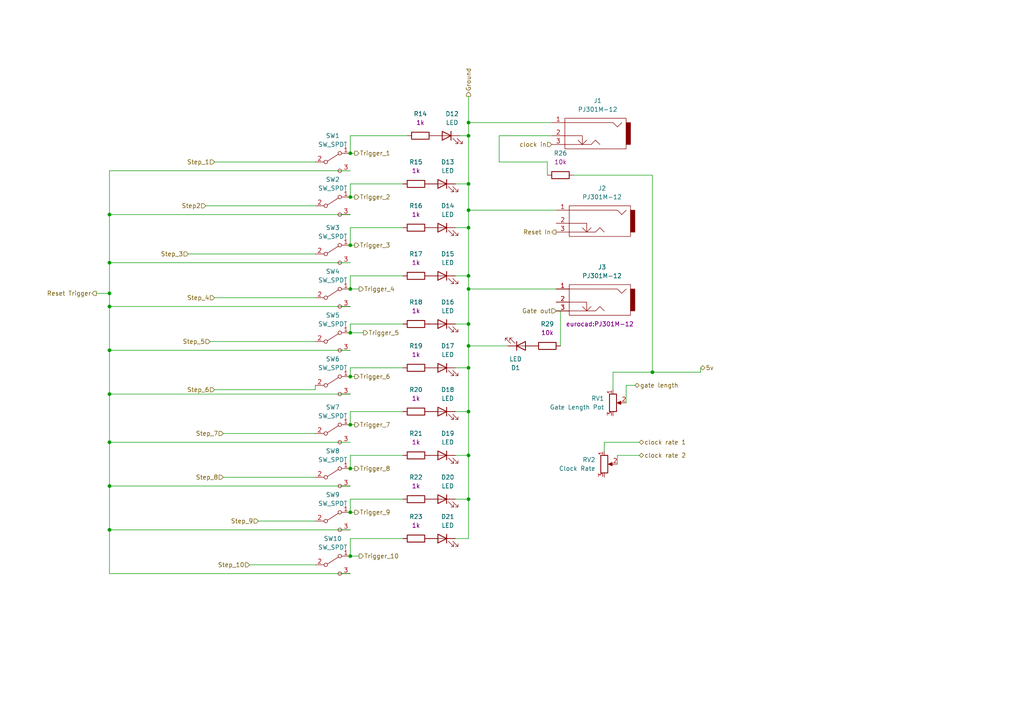
<source format=kicad_sch>
(kicad_sch (version 20230121) (generator eeschema)
  (paper "A4")
  (lib_symbols
    (symbol "Device:LED" (pin_numbers hide) (pin_names (offset 1.016) hide)
      (property "Reference" "D" (at 0 2.54 0))
      (property "Value" "LED" (at 0 -2.54 0))
      (symbol "LED_0_1"
        (polyline (pts (xy -1.27 -1.27) (xy -1.27 1.27)) (stroke (width 0.254)))
        (polyline (pts (xy -1.27 0) (xy 1.27 0)))
        (polyline (pts (xy 1.27 -1.27) (xy 1.27 1.27) (xy -1.27 0) (xy 1.27 -1.27)) (stroke (width 0.254)))
        (polyline (pts (xy -3.048 -0.762) (xy -4.572 -2.286) (xy -3.81 -2.286) (xy -4.572 -2.286) (xy -4.572 -1.524)))
        (polyline (pts (xy -1.778 -0.762) (xy -3.302 -2.286) (xy -2.54 -2.286) (xy -3.302 -2.286) (xy -3.302 -1.524)))
      )
      (symbol "LED_1_1"
        (pin passive line (at -3.81 0 0) (length 2.54) (name "K") (number "1"))
        (pin passive line (at 3.81 0 180) (length 2.54) (name "A") (number "2"))
      )
    )
    (symbol "Device:R_Potentiometer" (pin_names (offset 1.016) hide)
      (property "Reference" "RV" (at -4.445 0 90))
      (property "Value" "R_Potentiometer" (at -2.54 0 90))
      (symbol "R_Potentiometer_0_1"
        (polyline (pts (xy 2.54 0) (xy 1.524 0)))
        (polyline (pts (xy 1.143 0) (xy 2.286 0.508) (xy 2.286 -0.508) (xy 1.143 0)) (fill (type outline)))
        (rectangle (start 1.016 2.54) (end -1.016 -2.54) (stroke (width 0.254)))
      )
      (symbol "R_Potentiometer_1_1"
        (pin passive line (at 0 3.81 270) (length 1.27) (name "1") (number "1"))
        (pin passive line (at 3.81 0 180) (length 1.27) (name "2") (number "2"))
        (pin passive line (at 0 -3.81 90) (length 1.27) (name "3") (number "3"))
      )
    )
    (symbol "PCM_4ms_Resistor:10k_0603" (pin_numbers hide) (pin_names (offset 0))
      (property "Reference" "R" (at 2.032 0 90))
      (property "Display" "10k" (at 3.81 0 90))
      (symbol "10k_0603_0_1"
        (rectangle (start -1.016 -2.54) (end 1.016 2.54) (stroke (width 0.254)))
      )
      (symbol "10k_0603_1_1"
        (pin passive line (at 0 3.81 270) (length 1.27) (name "~") (number "1"))
        (pin passive line (at 0 -3.81 90) (length 1.27) (name "~") (number "2"))
      )
    )
    (symbol "PCM_4ms_Resistor:1k_0603" (pin_numbers hide) (pin_names (offset 0))
      (property "Reference" "R" (at 2.032 0 90))
      (property "Display" "1k" (at 3.81 0 90))
      (symbol "1k_0603_0_1"
        (rectangle (start -1.016 -2.54) (end 1.016 2.54) (stroke (width 0.254)))
      )
      (symbol "1k_0603_1_1"
        (pin passive line (at 0 3.81 270) (length 1.27) (name "~") (number "1"))
        (pin passive line (at 0 -3.81 90) (length 1.27) (name "~") (number "2"))
      )
    )
    (symbol "Switch:SW_SPDT" (pin_names (offset 0) hide)
      (property "Reference" "SW" (at 0 4.318 0))
      (property "Value" "SW_SPDT" (at 0 -5.08 0))
      (symbol "SW_SPDT_0_0"
        (circle (center -2.032 0) (radius 0.508))
        (circle (center 2.032 -2.54) (radius 0.508))
      )
      (symbol "SW_SPDT_0_1"
        (polyline (pts (xy -1.524 0.254) (xy 1.651 2.286)))
        (circle (center 2.032 2.54) (radius 0.508))
      )
      (symbol "SW_SPDT_1_1"
        (pin passive line (at 5.08 2.54 180) (length 2.54) (name "A") (number "1"))
        (pin passive line (at -5.08 0 0) (length 2.54) (name "B") (number "2"))
        (pin passive line (at 5.08 -2.54 180) (length 2.54) (name "C") (number "3"))
      )
    )
    (symbol "eurocad:PJ301M-12" (pin_names (offset 1.016))
      (property "Reference" "J" (at -8.89 -5.08 0))
      (property "Value" "PJ301M-12" (at -3.81 6.35 0))
      (symbol "PJ301M-12_0_1"
        (rectangle (start -11.43 3.81) (end -10.16 -2.54) (fill (type outline)))
        (polyline (pts (xy 3.81 0) (xy 7.62 0) (xy 7.62 0)))
        (polyline (pts (xy 0 -2.54) (xy -1.27 -1.27) (xy -2.54 -2.54) (xy -2.54 -2.54)))
        (polyline (pts (xy 0 -2.54) (xy 7.62 -2.54) (xy 7.62 -2.54) (xy 7.62 -2.54)))
        (polyline (pts (xy 1.27 -1.27) (xy 2.54 -2.54) (xy 3.81 -1.27) (xy 3.81 -1.27)))
        (polyline (pts (xy 3.81 0) (xy 2.54 0) (xy 2.54 -2.54) (xy 2.54 -2.54)))
        (polyline (pts (xy 7.62 3.81) (xy -6.35 3.81) (xy -7.62 2.54) (xy -8.89 3.81) (xy -8.89 3.81)))
        (rectangle (start 7.62 -3.81) (end -10.16 5.08))
      )
      (symbol "PJ301M-12_1_1"
        (pin passive line (at 11.43 3.81 180) (length 3.81) (name "~") (number "1"))
        (pin passive line (at 11.43 0 180) (length 3.81) (name "~") (number "2"))
        (pin passive line (at 11.43 -2.54 180) (length 3.81) (name "~") (number "3"))
      )
    )
  )
  (junction (at 189.23 107.95))
  (junction (at 135.89 83.82))
  (junction (at 135.89 119.38))
  (junction (at 31.75 62.23))
  (junction (at 135.89 39.37))
  (junction (at 101.6 135.89))
  (junction (at 135.89 80.01))
  (junction (at 135.89 35.56))
  (junction (at 135.89 144.78))
  (junction (at 135.89 66.04))
  (junction (at 31.75 88.9))
  (junction (at 101.6 96.52))
  (junction (at 101.6 123.19))
  (junction (at 101.6 109.22))
  (junction (at 31.75 85.09))
  (junction (at 135.89 132.08))
  (junction (at 101.6 44.45))
  (junction (at 31.75 76.2))
  (junction (at 135.89 106.68))
  (junction (at 31.75 114.3))
  (junction (at 101.6 148.59))
  (junction (at 101.6 71.12))
  (junction (at 135.89 93.98))
  (junction (at 101.6 83.82))
  (junction (at 101.6 161.29))
  (junction (at 31.75 140.97))
  (junction (at 135.89 53.34))
  (junction (at 101.6 57.15))
  (junction (at 31.75 101.6))
  (junction (at 31.75 153.67))
  (junction (at 135.89 100.33))
  (junction (at 31.75 128.27))
  (junction (at 135.89 60.96))
  (wire (pts (xy 135.89 106.68) (xy 135.89 119.38)))
  (wire (pts (xy 166.37 50.8) (xy 189.23 50.8)))
  (wire (pts (xy 62.23 86.36) (xy 91.44 86.36)))
  (wire (pts (xy 101.6 39.37) (xy 118.11 39.37)))
  (wire (pts (xy 62.23 113.03) (xy 91.44 113.03)))
  (wire (pts (xy 135.89 35.56) (xy 135.89 39.37)))
  (wire (pts (xy 135.89 100.33) (xy 147.32 100.33)))
  (wire (pts (xy 64.77 125.73) (xy 91.44 125.73)))
  (wire (pts (xy 74.93 151.13) (xy 91.44 151.13)))
  (wire (pts (xy 54.61 73.66) (xy 91.44 73.66)))
  (wire (pts (xy 105.41 96.52) (xy 101.6 96.52)))
  (wire (pts (xy 101.6 132.08) (xy 101.6 135.89)))
  (wire (pts (xy 135.89 35.56) (xy 160.02 35.56)))
  (wire (pts (xy 102.87 44.45) (xy 101.6 44.45)))
  (wire (pts (xy 31.75 76.2) (xy 101.6 76.2)))
  (wire (pts (xy 135.89 93.98) (xy 132.08 93.98)))
  (wire (pts (xy 144.78 46.99) (xy 144.78 39.37)))
  (wire (pts (xy 116.84 93.98) (xy 101.6 93.98)))
  (wire (pts (xy 31.75 88.9) (xy 31.75 101.6)))
  (wire (pts (xy 135.89 60.96) (xy 135.89 66.04)))
  (wire (pts (xy 177.8 107.95) (xy 177.8 113.03)))
  (wire (pts (xy 135.89 83.82) (xy 161.29 83.82)))
  (wire (pts (xy 60.96 99.06) (xy 91.44 99.06)))
  (wire (pts (xy 135.89 144.78) (xy 132.08 144.78)))
  (wire (pts (xy 135.89 53.34) (xy 135.89 60.96)))
  (wire (pts (xy 116.84 144.78) (xy 101.6 144.78)))
  (wire (pts (xy 185.42 128.27) (xy 175.26 128.27)))
  (wire (pts (xy 101.6 119.38) (xy 101.6 123.19)))
  (wire (pts (xy 59.69 59.69) (xy 91.44 59.69)))
  (wire (pts (xy 135.89 119.38) (xy 132.08 119.38)))
  (wire (pts (xy 101.6 39.37) (xy 101.6 44.45)))
  (wire (pts (xy 102.87 57.15) (xy 101.6 57.15)))
  (wire (pts (xy 104.14 161.29) (xy 101.6 161.29)))
  (wire (pts (xy 135.89 93.98) (xy 135.89 100.33)))
  (wire (pts (xy 203.2 107.95) (xy 189.23 107.95)))
  (wire (pts (xy 31.75 153.67) (xy 101.6 153.67)))
  (wire (pts (xy 158.75 46.99) (xy 158.75 50.8)))
  (wire (pts (xy 31.75 101.6) (xy 101.6 101.6)))
  (wire (pts (xy 31.75 166.37) (xy 31.75 153.67)))
  (wire (pts (xy 31.75 114.3) (xy 101.6 114.3)))
  (wire (pts (xy 179.07 132.08) (xy 179.07 134.62)))
  (wire (pts (xy 116.84 80.01) (xy 101.6 80.01)))
  (wire (pts (xy 31.75 140.97) (xy 31.75 153.67)))
  (wire (pts (xy 135.89 39.37) (xy 135.89 53.34)))
  (wire (pts (xy 72.39 163.83) (xy 91.44 163.83)))
  (wire (pts (xy 135.89 27.94) (xy 135.89 35.56)))
  (wire (pts (xy 135.89 60.96) (xy 161.29 60.96)))
  (wire (pts (xy 116.84 119.38) (xy 101.6 119.38)))
  (wire (pts (xy 101.6 156.21) (xy 101.6 161.29)))
  (wire (pts (xy 31.75 62.23) (xy 101.6 62.23)))
  (wire (pts (xy 31.75 62.23) (xy 31.75 76.2)))
  (wire (pts (xy 62.23 46.99) (xy 91.44 46.99)))
  (wire (pts (xy 135.89 80.01) (xy 132.08 80.01)))
  (wire (pts (xy 175.26 128.27) (xy 175.26 130.81)))
  (wire (pts (xy 102.87 123.19) (xy 101.6 123.19)))
  (wire (pts (xy 144.78 46.99) (xy 158.75 46.99)))
  (wire (pts (xy 116.84 66.04) (xy 101.6 66.04)))
  (wire (pts (xy 31.75 76.2) (xy 31.75 85.09)))
  (wire (pts (xy 116.84 106.68) (xy 101.6 106.68)))
  (wire (pts (xy 189.23 50.8) (xy 189.23 107.95)))
  (wire (pts (xy 31.75 128.27) (xy 101.6 128.27)))
  (wire (pts (xy 135.89 100.33) (xy 135.89 106.68)))
  (wire (pts (xy 27.94 85.09) (xy 31.75 85.09)))
  (wire (pts (xy 135.89 144.78) (xy 135.89 156.21)))
  (wire (pts (xy 161.29 90.17) (xy 162.56 90.17)))
  (wire (pts (xy 203.2 106.68) (xy 203.2 107.95)))
  (wire (pts (xy 177.8 107.95) (xy 189.23 107.95)))
  (wire (pts (xy 31.75 49.53) (xy 101.6 49.53)))
  (wire (pts (xy 135.89 53.34) (xy 132.08 53.34)))
  (wire (pts (xy 31.75 49.53) (xy 31.75 62.23)))
  (wire (pts (xy 144.78 39.37) (xy 160.02 39.37)))
  (wire (pts (xy 135.89 119.38) (xy 135.89 132.08)))
  (wire (pts (xy 135.89 132.08) (xy 132.08 132.08)))
  (wire (pts (xy 184.15 111.76) (xy 181.61 111.76)))
  (wire (pts (xy 135.89 83.82) (xy 135.89 93.98)))
  (wire (pts (xy 101.6 144.78) (xy 101.6 148.59)))
  (wire (pts (xy 31.75 88.9) (xy 101.6 88.9)))
  (wire (pts (xy 116.84 132.08) (xy 101.6 132.08)))
  (wire (pts (xy 31.75 140.97) (xy 101.6 140.97)))
  (wire (pts (xy 116.84 53.34) (xy 101.6 53.34)))
  (wire (pts (xy 101.6 53.34) (xy 101.6 57.15)))
  (wire (pts (xy 135.89 66.04) (xy 132.08 66.04)))
  (wire (pts (xy 31.75 101.6) (xy 31.75 114.3)))
  (wire (pts (xy 181.61 111.76) (xy 181.61 116.84)))
  (wire (pts (xy 135.89 132.08) (xy 135.89 144.78)))
  (wire (pts (xy 31.75 166.37) (xy 101.6 166.37)))
  (wire (pts (xy 102.87 71.12) (xy 101.6 71.12)))
  (wire (pts (xy 162.56 100.33) (xy 162.56 90.17)))
  (wire (pts (xy 31.75 128.27) (xy 31.75 140.97)))
  (wire (pts (xy 102.87 148.59) (xy 101.6 148.59)))
  (wire (pts (xy 135.89 156.21) (xy 132.08 156.21)))
  (wire (pts (xy 31.75 85.09) (xy 31.75 88.9)))
  (wire (pts (xy 102.87 135.89) (xy 101.6 135.89)))
  (wire (pts (xy 135.89 80.01) (xy 135.89 83.82)))
  (wire (pts (xy 185.42 132.08) (xy 179.07 132.08)))
  (wire (pts (xy 116.84 156.21) (xy 101.6 156.21)))
  (wire (pts (xy 104.14 83.82) (xy 101.6 83.82)))
  (wire (pts (xy 64.77 138.43) (xy 91.44 138.43)))
  (wire (pts (xy 101.6 106.68) (xy 101.6 109.22)))
  (wire (pts (xy 102.87 109.22) (xy 101.6 109.22)))
  (wire (pts (xy 135.89 106.68) (xy 132.08 106.68)))
  (wire (pts (xy 31.75 114.3) (xy 31.75 128.27)))
  (wire (pts (xy 101.6 66.04) (xy 101.6 71.12)))
  (wire (pts (xy 101.6 80.01) (xy 101.6 83.82)))
  (wire (pts (xy 135.89 39.37) (xy 133.35 39.37)))
  (wire (pts (xy 135.89 66.04) (xy 135.89 80.01)))
  (wire (pts (xy 101.6 93.98) (xy 101.6 96.52)))
  (wire (pts (xy 91.44 113.03) (xy 91.44 111.76)))
  (hierarchical_label "Step_10" (shape input) (at 72.39 163.83 180))
  (hierarchical_label "Trigger_10" (shape output) (at 104.14 161.29 0))
  (hierarchical_label "Trigger_7" (shape output) (at 102.87 123.19 0))
  (hierarchical_label "clock in" (shape input) (at 160.02 41.91 180))
  (hierarchical_label "Step_7" (shape input) (at 64.77 125.73 180))
  (hierarchical_label "Trigger_6" (shape output) (at 102.87 109.22 0))
  (hierarchical_label "Trigger_3" (shape output) (at 102.87 71.12 0))
  (hierarchical_label "Trigger_9" (shape output) (at 102.87 148.59 0))
  (hierarchical_label "clock rate 1" (shape bidirectional) (at 185.42 128.27 0))
  (hierarchical_label "Trigger_2" (shape output) (at 102.87 57.15 0))
  (hierarchical_label "Step_6" (shape input) (at 62.23 113.03 180))
  (hierarchical_label "Reset Trigger" (shape output) (at 27.94 85.09 180))
  (hierarchical_label "Trigger_4" (shape output) (at 104.14 83.82 0))
  (hierarchical_label "gate length" (shape bidirectional) (at 184.15 111.76 0))
  (hierarchical_label "Step_3" (shape input) (at 54.61 73.66 180))
  (hierarchical_label "Reset In" (shape output) (at 161.29 67.31 180))
  (hierarchical_label "Step_4" (shape input) (at 62.23 86.36 180))
  (hierarchical_label "Trigger_1" (shape output) (at 102.87 44.45 0))
  (hierarchical_label "Step_5" (shape input) (at 60.96 99.06 180))
  (hierarchical_label "Gate out" (shape input) (at 161.29 90.17 180))
  (hierarchical_label "clock rate 2" (shape bidirectional) (at 185.42 132.08 0))
  (hierarchical_label "Ground" (shape output) (at 135.89 27.94 90))
  (hierarchical_label "Step2" (shape input) (at 59.69 59.69 180))
  (hierarchical_label "Step_8" (shape input) (at 64.77 138.43 180))
  (hierarchical_label "Step_9" (shape input) (at 74.93 151.13 180))
  (hierarchical_label "Trigger_5" (shape output) (at 105.41 96.52 0))
  (hierarchical_label "Trigger_8" (shape output) (at 102.87 135.89 0))
  (hierarchical_label "Step_1" (shape input) (at 62.23 46.99 180))
  (hierarchical_label "5v" (shape bidirectional) (at 203.2 106.68 0))
  (symbol (lib_id "PCM_4ms_Resistor:1k_0603") (at 121.92 39.37 270) (unit 1)
    (property "Reference" "R14" (at 121.92 33.02 90))
    (property "Value" "1k_0603" (effects hide))
    (property "Footprint" "Resistor_THT:R_Axial_DIN0207_L6.3mm_D2.5mm_P7.62mm_Horizontal" (effects hide))
    (property "Specifications" "1K, 1%, 1/10W, 0603" (effects hide))
    (property "Manufacturer" "Yageo" (effects hide))
    (property "Part Number" "RC0603FR-071KL" (effects hide))
    (property "Display" "1k" (at 121.92 35.56 90))
    (property "JLCPCB ID" "C21190" (effects hide))
  )
  (symbol (lib_id "Device:LED") (at 128.27 106.68 0) (mirror y) (unit 1)
    (property "Reference" "D17" (at 129.8575 100.33 0))
    (property "Value" "LED" (at 129.8575 102.87 0))
    (property "Footprint" "eurocad:LED3mm" (effects hide))
  )
  (symbol (lib_id "Switch:SW_SPDT") (at 96.52 111.76 0) (unit 1)
    (property "Reference" "SW6" (at 96.52 104.14 0))
    (property "Value" "SW_SPDT" (at 96.52 106.68 0))
    (property "Footprint" "PCM_4ms_Switch:Switch_Toggle_SPDT_Mini_SolderLug" (effects hide))
  )
  (symbol (lib_id "PCM_4ms_Resistor:1k_0603") (at 120.65 53.34 270) (unit 1)
    (property "Reference" "R15" (at 120.65 46.99 90))
    (property "Value" "1k_0603" (effects hide))
    (property "Footprint" "Resistor_THT:R_Axial_DIN0207_L6.3mm_D2.5mm_P7.62mm_Horizontal" (effects hide))
    (property "Specifications" "1K, 1%, 1/10W, 0603" (effects hide))
    (property "Manufacturer" "Yageo" (effects hide))
    (property "Part Number" "RC0603FR-071KL" (effects hide))
    (property "Display" "1k" (at 120.65 49.53 90))
    (property "JLCPCB ID" "C21190" (effects hide))
  )
  (symbol (lib_id "Device:LED") (at 129.54 39.37 0) (mirror y) (unit 1)
    (property "Reference" "D12" (at 131.1275 33.02 0))
    (property "Value" "LED" (at 131.1275 35.56 0))
    (property "Footprint" "eurocad:LED3mm" (effects hide))
  )
  (symbol (lib_id "Device:LED") (at 128.27 132.08 0) (mirror y) (unit 1)
    (property "Reference" "D19" (at 129.8575 125.73 0))
    (property "Value" "LED" (at 129.8575 128.27 0))
    (property "Footprint" "eurocad:LED3mm" (effects hide))
  )
  (symbol (lib_id "Device:LED") (at 128.27 80.01 0) (mirror y) (unit 1)
    (property "Reference" "D15" (at 129.8575 73.66 0))
    (property "Value" "LED" (at 129.8575 76.2 0))
    (property "Footprint" "eurocad:LED3mm" (effects hide))
  )
  (symbol (lib_id "Device:LED") (at 151.13 100.33 0) (mirror x) (unit 1)
    (property "Reference" "D1" (at 149.5425 106.68 0))
    (property "Value" "LED" (at 149.5425 104.14 0))
    (property "Footprint" "eurocad:LED3mm" (effects hide))
  )
  (symbol (lib_id "Device:R_Potentiometer") (at 175.26 134.62 0) (unit 1)
    (property "Reference" "RV2" (at 172.72 133.35 0) (effects (justify right)))
    (property "Value" "Clock Rate" (at 172.72 135.89 0) (effects (justify right)))
    (property "Footprint" "PCM_4ms_Potentiometer:Pot_9mm_Knurl_NoDet" (effects hide))
  )
  (symbol (lib_id "Device:LED") (at 128.27 144.78 0) (mirror y) (unit 1)
    (property "Reference" "D20" (at 129.8575 138.43 0))
    (property "Value" "LED" (at 129.8575 140.97 0))
    (property "Footprint" "eurocad:LED3mm" (effects hide))
  )
  (symbol (lib_id "eurocad:PJ301M-12") (at 171.45 39.37 0) (mirror y) (unit 1)
    (property "Reference" "J1" (at 173.355 29.21 0))
    (property "Value" "PJ301M-12" (at 173.355 31.75 0))
    (property "Footprint" "eurocad:PJ301M-12" (effects hide))
  )
  (symbol (lib_id "Switch:SW_SPDT") (at 96.52 99.06 0) (unit 1)
    (property "Reference" "SW5" (at 96.52 91.44 0))
    (property "Value" "SW_SPDT" (at 96.52 93.98 0))
    (property "Footprint" "PCM_4ms_Switch:Switch_Toggle_SPDT_Mini_SolderLug" (effects hide))
  )
  (symbol (lib_id "Device:LED") (at 128.27 53.34 0) (mirror y) (unit 1)
    (property "Reference" "D13" (at 129.8575 46.99 0))
    (property "Value" "LED" (at 129.8575 49.53 0))
    (property "Footprint" "eurocad:LED3mm" (effects hide))
  )
  (symbol (lib_id "Switch:SW_SPDT") (at 96.52 138.43 0) (unit 1)
    (property "Reference" "SW8" (at 96.52 130.81 0))
    (property "Value" "SW_SPDT" (at 96.52 133.35 0))
    (property "Footprint" "PCM_4ms_Switch:Switch_Toggle_SPDT_Mini_SolderLug" (effects hide))
  )
  (symbol (lib_id "PCM_4ms_Resistor:1k_0603") (at 120.65 66.04 270) (unit 1)
    (property "Reference" "R16" (at 120.65 59.69 90))
    (property "Value" "1k_0603" (effects hide))
    (property "Footprint" "Resistor_THT:R_Axial_DIN0207_L6.3mm_D2.5mm_P7.62mm_Horizontal" (effects hide))
    (property "Specifications" "1K, 1%, 1/10W, 0603" (effects hide))
    (property "Manufacturer" "Yageo" (effects hide))
    (property "Part Number" "RC0603FR-071KL" (effects hide))
    (property "Display" "1k" (at 120.65 62.23 90))
    (property "JLCPCB ID" "C21190" (effects hide))
  )
  (symbol (lib_id "PCM_4ms_Resistor:1k_0603") (at 120.65 144.78 270) (unit 1)
    (property "Reference" "R22" (at 120.65 138.43 90))
    (property "Value" "1k_0603" (effects hide))
    (property "Footprint" "Resistor_THT:R_Axial_DIN0207_L6.3mm_D2.5mm_P7.62mm_Horizontal" (effects hide))
    (property "Specifications" "1K, 1%, 1/10W, 0603" (effects hide))
    (property "Manufacturer" "Yageo" (effects hide))
    (property "Part Number" "RC0603FR-071KL" (effects hide))
    (property "Display" "1k" (at 120.65 140.97 90))
    (property "JLCPCB ID" "C21190" (effects hide))
  )
  (symbol (lib_id "PCM_4ms_Resistor:1k_0603") (at 120.65 80.01 270) (unit 1)
    (property "Reference" "R17" (at 120.65 73.66 90))
    (property "Value" "1k_0603" (effects hide))
    (property "Footprint" "Resistor_THT:R_Axial_DIN0207_L6.3mm_D2.5mm_P7.62mm_Horizontal" (effects hide))
    (property "Specifications" "1K, 1%, 1/10W, 0603" (effects hide))
    (property "Manufacturer" "Yageo" (effects hide))
    (property "Part Number" "RC0603FR-071KL" (effects hide))
    (property "Display" "1k" (at 120.65 76.2 90))
    (property "JLCPCB ID" "C21190" (effects hide))
  )
  (symbol (lib_id "Device:R_Potentiometer") (at 177.8 116.84 0) (unit 1)
    (property "Reference" "RV1" (at 175.26 115.57 0) (effects (justify right)))
    (property "Value" "Gate Length Pot" (at 175.26 118.11 0) (effects (justify right)))
    (property "Footprint" "PCM_4ms_Potentiometer:Pot_9mm_Knurl_NoDet" (effects hide))
  )
  (symbol (lib_id "Device:LED") (at 128.27 156.21 0) (mirror y) (unit 1)
    (property "Reference" "D21" (at 129.8575 149.86 0))
    (property "Value" "LED" (at 129.8575 152.4 0))
    (property "Footprint" "eurocad:LED3mm" (effects hide))
  )
  (symbol (lib_id "Device:LED") (at 128.27 119.38 0) (mirror y) (unit 1)
    (property "Reference" "D18" (at 129.8575 113.03 0))
    (property "Value" "LED" (at 129.8575 115.57 0))
    (property "Footprint" "eurocad:LED3mm" (effects hide))
  )
  (symbol (lib_id "Switch:SW_SPDT") (at 96.52 125.73 0) (unit 1)
    (property "Reference" "SW7" (at 96.52 118.11 0))
    (property "Value" "SW_SPDT" (at 96.52 120.65 0))
    (property "Footprint" "PCM_4ms_Switch:Switch_Toggle_SPDT_Mini_SolderLug" (effects hide))
  )
  (symbol (lib_id "Switch:SW_SPDT") (at 96.52 73.66 0) (unit 1)
    (property "Reference" "SW3" (at 96.52 66.04 0))
    (property "Value" "SW_SPDT" (at 96.52 68.58 0))
    (property "Footprint" "PCM_4ms_Switch:Switch_Toggle_SPDT_Mini_SolderLug" (effects hide))
  )
  (symbol (lib_id "eurocad:PJ301M-12") (at 172.72 87.63 0) (mirror y) (unit 1)
    (property "Reference" "J3" (at 174.625 77.47 0))
    (property "Value" "PJ301M-12" (at 174.625 80.01 0))
    (property "Footprint" "eurocad:PJ301M-12" (at 173.99 93.98 0))
  )
  (symbol (lib_id "PCM_4ms_Resistor:10k_0603") (at 162.56 50.8 90) (unit 1)
    (property "Reference" "R26" (at 162.56 44.45 90))
    (property "Value" "10k_0603" (effects hide))
    (property "Footprint" "Resistor_THT:R_Axial_DIN0207_L6.3mm_D2.5mm_P7.62mm_Horizontal" (effects hide))
    (property "Specifications" "10K, 1%, 1/10W, 0603" (effects hide))
    (property "Manufacturer" "Yageo" (effects hide))
    (property "Part Number" "RC0603FR-0710KL" (effects hide))
    (property "Display" "10k" (at 162.56 46.99 90))
    (property "JLCPCB ID" "C25804" (effects hide))
  )
  (symbol (lib_id "PCM_4ms_Resistor:1k_0603") (at 158.75 100.33 270) (unit 1)
    (property "Reference" "R29" (at 158.75 93.98 90))
    (property "Value" "1k_0603" (effects hide))
    (property "Footprint" "Resistor_THT:R_Axial_DIN0207_L6.3mm_D2.5mm_P7.62mm_Horizontal" (effects hide))
    (property "Specifications" "1K, 1%, 1/10W, 0603" (effects hide))
    (property "Manufacturer" "Yageo" (effects hide))
    (property "Part Number" "RC0603FR-071KL" (effects hide))
    (property "Display" "10k" (at 158.75 96.52 90))
    (property "JLCPCB ID" "C21190" (effects hide))
  )
  (symbol (lib_id "Switch:SW_SPDT") (at 96.52 163.83 0) (unit 1)
    (property "Reference" "SW10" (at 96.52 156.21 0))
    (property "Value" "SW_SPDT" (at 96.52 158.75 0))
    (property "Footprint" "PCM_4ms_Switch:Switch_Toggle_SPDT_Mini_SolderLug" (effects hide))
  )
  (symbol (lib_id "Device:LED") (at 128.27 66.04 0) (mirror y) (unit 1)
    (property "Reference" "D14" (at 129.8575 59.69 0))
    (property "Value" "LED" (at 129.8575 62.23 0))
    (property "Footprint" "eurocad:LED3mm" (effects hide))
  )
  (symbol (lib_id "PCM_4ms_Resistor:1k_0603") (at 120.65 106.68 270) (unit 1)
    (property "Reference" "R19" (at 120.65 100.33 90))
    (property "Value" "1k_0603" (effects hide))
    (property "Footprint" "Resistor_THT:R_Axial_DIN0207_L6.3mm_D2.5mm_P7.62mm_Horizontal" (effects hide))
    (property "Specifications" "1K, 1%, 1/10W, 0603" (effects hide))
    (property "Manufacturer" "Yageo" (effects hide))
    (property "Part Number" "RC0603FR-071KL" (effects hide))
    (property "Display" "1k" (at 120.65 102.87 90))
    (property "JLCPCB ID" "C21190" (effects hide))
  )
  (symbol (lib_id "Switch:SW_SPDT") (at 96.52 86.36 0) (unit 1)
    (property "Reference" "SW4" (at 96.52 78.74 0))
    (property "Value" "SW_SPDT" (at 96.52 81.28 0))
    (property "Footprint" "PCM_4ms_Switch:Switch_Toggle_SPDT_Mini_SolderLug" (effects hide))
  )
  (symbol (lib_id "Switch:SW_SPDT") (at 96.52 59.69 0) (unit 1)
    (property "Reference" "SW2" (at 96.52 52.07 0))
    (property "Value" "SW_SPDT" (at 96.52 54.61 0))
    (property "Footprint" "PCM_4ms_Switch:Switch_Toggle_SPDT_Mini_SolderLug" (effects hide))
  )
  (symbol (lib_id "Switch:SW_SPDT") (at 96.52 46.99 0) (unit 1)
    (property "Reference" "SW1" (at 96.52 39.37 0))
    (property "Value" "SW_SPDT" (at 96.52 41.91 0))
    (property "Footprint" "PCM_4ms_Switch:Switch_Toggle_SPDT_Mini_SolderLug" (effects hide))
  )
  (symbol (lib_id "PCM_4ms_Resistor:1k_0603") (at 120.65 93.98 270) (unit 1)
    (property "Reference" "R18" (at 120.65 87.63 90))
    (property "Value" "1k_0603" (effects hide))
    (property "Footprint" "Resistor_THT:R_Axial_DIN0207_L6.3mm_D2.5mm_P7.62mm_Horizontal" (effects hide))
    (property "Specifications" "1K, 1%, 1/10W, 0603" (effects hide))
    (property "Manufacturer" "Yageo" (effects hide))
    (property "Part Number" "RC0603FR-071KL" (effects hide))
    (property "Display" "1k" (at 120.65 90.17 90))
    (property "JLCPCB ID" "C21190" (effects hide))
  )
  (symbol (lib_id "PCM_4ms_Resistor:1k_0603") (at 120.65 119.38 270) (unit 1)
    (property "Reference" "R20" (at 120.65 113.03 90))
    (property "Value" "1k_0603" (effects hide))
    (property "Footprint" "Resistor_THT:R_Axial_DIN0207_L6.3mm_D2.5mm_P7.62mm_Horizontal" (effects hide))
    (property "Specifications" "1K, 1%, 1/10W, 0603" (effects hide))
    (property "Manufacturer" "Yageo" (effects hide))
    (property "Part Number" "RC0603FR-071KL" (effects hide))
    (property "Display" "1k" (at 120.65 115.57 90))
    (property "JLCPCB ID" "C21190" (effects hide))
  )
  (symbol (lib_id "PCM_4ms_Resistor:1k_0603") (at 120.65 156.21 270) (unit 1)
    (property "Reference" "R23" (at 120.65 149.86 90))
    (property "Value" "1k_0603" (effects hide))
    (property "Footprint" "Resistor_THT:R_Axial_DIN0207_L6.3mm_D2.5mm_P7.62mm_Horizontal" (effects hide))
    (property "Specifications" "1K, 1%, 1/10W, 0603" (effects hide))
    (property "Manufacturer" "Yageo" (effects hide))
    (property "Part Number" "RC0603FR-071KL" (effects hide))
    (property "Display" "1k" (at 120.65 152.4 90))
    (property "JLCPCB ID" "C21190" (effects hide))
  )
  (symbol (lib_id "eurocad:PJ301M-12") (at 172.72 64.77 0) (mirror y) (unit 1)
    (property "Reference" "J2" (at 174.625 54.61 0))
    (property "Value" "PJ301M-12" (at 174.625 57.15 0))
    (property "Footprint" "eurocad:PJ301M-12" (effects hide))
  )
  (symbol (lib_id "PCM_4ms_Resistor:1k_0603") (at 120.65 132.08 270) (unit 1)
    (property "Reference" "R21" (at 120.65 125.73 90))
    (property "Value" "1k_0603" (effects hide))
    (property "Footprint" "Resistor_THT:R_Axial_DIN0207_L6.3mm_D2.5mm_P7.62mm_Horizontal" (effects hide))
    (property "Specifications" "1K, 1%, 1/10W, 0603" (effects hide))
    (property "Manufacturer" "Yageo" (effects hide))
    (property "Part Number" "RC0603FR-071KL" (effects hide))
    (property "Display" "1k" (at 120.65 128.27 90))
    (property "JLCPCB ID" "C21190" (effects hide))
  )
  (symbol (lib_id "Switch:SW_SPDT") (at 96.52 151.13 0) (unit 1)
    (property "Reference" "SW9" (at 96.52 143.51 0))
    (property "Value" "SW_SPDT" (at 96.52 146.05 0))
    (property "Footprint" "PCM_4ms_Switch:Switch_Toggle_SPDT_Mini_SolderLug" (effects hide))
  )
  (symbol (lib_id "Device:LED") (at 128.27 93.98 0) (mirror y) (unit 1)
    (property "Reference" "D16" (at 129.8575 87.63 0))
    (property "Value" "LED" (at 129.8575 90.17 0))
    (property "Footprint" "eurocad:LED3mm" (effects hide))
  )
)
</source>
